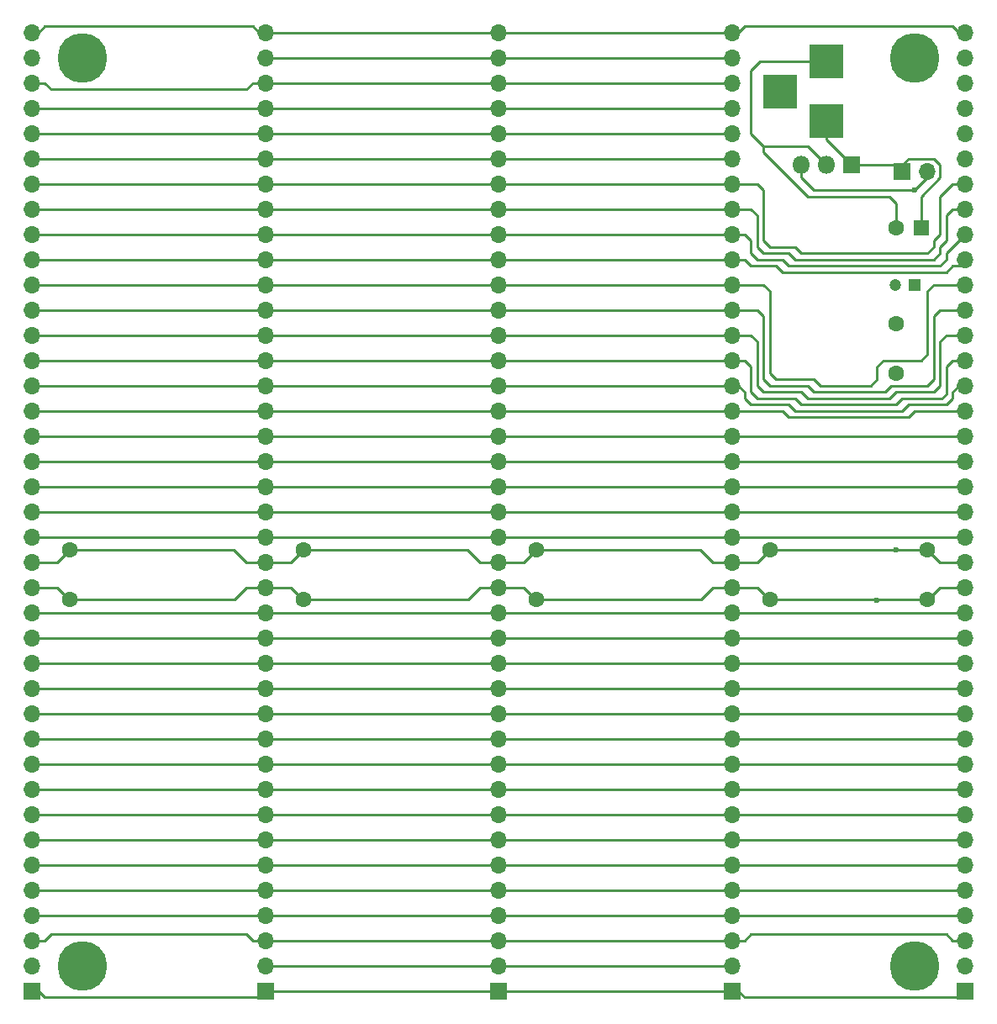
<source format=gtl>
G04 #@! TF.FileFunction,Copper,L1,Top,Signal*
%FSLAX46Y46*%
G04 Gerber Fmt 4.6, Leading zero omitted, Abs format (unit mm)*
G04 Created by KiCad (PCBNEW 4.0.7) date 01/07/19 16:06:23*
%MOMM*%
%LPD*%
G01*
G04 APERTURE LIST*
%ADD10C,0.100000*%
%ADD11R,1.700000X1.700000*%
%ADD12O,1.700000X1.700000*%
%ADD13R,1.600000X1.600000*%
%ADD14C,1.600000*%
%ADD15R,1.200000X1.200000*%
%ADD16C,1.200000*%
%ADD17R,3.500000X3.500000*%
%ADD18C,5.000000*%
%ADD19R,1.800000X1.800000*%
%ADD20O,1.800000X1.800000*%
%ADD21C,0.600000*%
%ADD22C,0.250000*%
G04 APERTURE END LIST*
D10*
D11*
X64770000Y-156210000D03*
D12*
X64770000Y-153670000D03*
X64770000Y-151130000D03*
X64770000Y-148590000D03*
X64770000Y-146050000D03*
X64770000Y-143510000D03*
X64770000Y-140970000D03*
X64770000Y-138430000D03*
X64770000Y-135890000D03*
X64770000Y-133350000D03*
X64770000Y-130810000D03*
X64770000Y-128270000D03*
X64770000Y-125730000D03*
X64770000Y-123190000D03*
X64770000Y-120650000D03*
X64770000Y-118110000D03*
X64770000Y-115570000D03*
X64770000Y-113030000D03*
X64770000Y-110490000D03*
X64770000Y-107950000D03*
X64770000Y-105410000D03*
X64770000Y-102870000D03*
X64770000Y-100330000D03*
X64770000Y-97790000D03*
X64770000Y-95250000D03*
X64770000Y-92710000D03*
X64770000Y-90170000D03*
X64770000Y-87630000D03*
X64770000Y-85090000D03*
X64770000Y-82550000D03*
X64770000Y-80010000D03*
X64770000Y-77470000D03*
X64770000Y-74930000D03*
X64770000Y-72390000D03*
X64770000Y-69850000D03*
X64770000Y-67310000D03*
X64770000Y-64770000D03*
X64770000Y-62230000D03*
X64770000Y-59690000D03*
D13*
X154305000Y-79375000D03*
D14*
X151805000Y-79375000D03*
D15*
X153670000Y-85090000D03*
D16*
X151670000Y-85090000D03*
D14*
X151765000Y-93980000D03*
X151765000Y-88980000D03*
X68580000Y-111760000D03*
X68580000Y-116760000D03*
X92075000Y-111760000D03*
X92075000Y-116760000D03*
X115570000Y-111760000D03*
X115570000Y-116760000D03*
X139065000Y-111760000D03*
X139065000Y-116760000D03*
X154940000Y-111760000D03*
X154940000Y-116760000D03*
D17*
X144780000Y-68580000D03*
X144780000Y-62580000D03*
X140080000Y-65580000D03*
D11*
X88265000Y-156210000D03*
D12*
X88265000Y-153670000D03*
X88265000Y-151130000D03*
X88265000Y-148590000D03*
X88265000Y-146050000D03*
X88265000Y-143510000D03*
X88265000Y-140970000D03*
X88265000Y-138430000D03*
X88265000Y-135890000D03*
X88265000Y-133350000D03*
X88265000Y-130810000D03*
X88265000Y-128270000D03*
X88265000Y-125730000D03*
X88265000Y-123190000D03*
X88265000Y-120650000D03*
X88265000Y-118110000D03*
X88265000Y-115570000D03*
X88265000Y-113030000D03*
X88265000Y-110490000D03*
X88265000Y-107950000D03*
X88265000Y-105410000D03*
X88265000Y-102870000D03*
X88265000Y-100330000D03*
X88265000Y-97790000D03*
X88265000Y-95250000D03*
X88265000Y-92710000D03*
X88265000Y-90170000D03*
X88265000Y-87630000D03*
X88265000Y-85090000D03*
X88265000Y-82550000D03*
X88265000Y-80010000D03*
X88265000Y-77470000D03*
X88265000Y-74930000D03*
X88265000Y-72390000D03*
X88265000Y-69850000D03*
X88265000Y-67310000D03*
X88265000Y-64770000D03*
X88265000Y-62230000D03*
X88265000Y-59690000D03*
D11*
X111760000Y-156210000D03*
D12*
X111760000Y-153670000D03*
X111760000Y-151130000D03*
X111760000Y-148590000D03*
X111760000Y-146050000D03*
X111760000Y-143510000D03*
X111760000Y-140970000D03*
X111760000Y-138430000D03*
X111760000Y-135890000D03*
X111760000Y-133350000D03*
X111760000Y-130810000D03*
X111760000Y-128270000D03*
X111760000Y-125730000D03*
X111760000Y-123190000D03*
X111760000Y-120650000D03*
X111760000Y-118110000D03*
X111760000Y-115570000D03*
X111760000Y-113030000D03*
X111760000Y-110490000D03*
X111760000Y-107950000D03*
X111760000Y-105410000D03*
X111760000Y-102870000D03*
X111760000Y-100330000D03*
X111760000Y-97790000D03*
X111760000Y-95250000D03*
X111760000Y-92710000D03*
X111760000Y-90170000D03*
X111760000Y-87630000D03*
X111760000Y-85090000D03*
X111760000Y-82550000D03*
X111760000Y-80010000D03*
X111760000Y-77470000D03*
X111760000Y-74930000D03*
X111760000Y-72390000D03*
X111760000Y-69850000D03*
X111760000Y-67310000D03*
X111760000Y-64770000D03*
X111760000Y-62230000D03*
X111760000Y-59690000D03*
D11*
X135255000Y-156210000D03*
D12*
X135255000Y-153670000D03*
X135255000Y-151130000D03*
X135255000Y-148590000D03*
X135255000Y-146050000D03*
X135255000Y-143510000D03*
X135255000Y-140970000D03*
X135255000Y-138430000D03*
X135255000Y-135890000D03*
X135255000Y-133350000D03*
X135255000Y-130810000D03*
X135255000Y-128270000D03*
X135255000Y-125730000D03*
X135255000Y-123190000D03*
X135255000Y-120650000D03*
X135255000Y-118110000D03*
X135255000Y-115570000D03*
X135255000Y-113030000D03*
X135255000Y-110490000D03*
X135255000Y-107950000D03*
X135255000Y-105410000D03*
X135255000Y-102870000D03*
X135255000Y-100330000D03*
X135255000Y-97790000D03*
X135255000Y-95250000D03*
X135255000Y-92710000D03*
X135255000Y-90170000D03*
X135255000Y-87630000D03*
X135255000Y-85090000D03*
X135255000Y-82550000D03*
X135255000Y-80010000D03*
X135255000Y-77470000D03*
X135255000Y-74930000D03*
X135255000Y-72390000D03*
X135255000Y-69850000D03*
X135255000Y-67310000D03*
X135255000Y-64770000D03*
X135255000Y-62230000D03*
X135255000Y-59690000D03*
D11*
X158750000Y-156210000D03*
D12*
X158750000Y-153670000D03*
X158750000Y-151130000D03*
X158750000Y-148590000D03*
X158750000Y-146050000D03*
X158750000Y-143510000D03*
X158750000Y-140970000D03*
X158750000Y-138430000D03*
X158750000Y-135890000D03*
X158750000Y-133350000D03*
X158750000Y-130810000D03*
X158750000Y-128270000D03*
X158750000Y-125730000D03*
X158750000Y-123190000D03*
X158750000Y-120650000D03*
X158750000Y-118110000D03*
X158750000Y-115570000D03*
X158750000Y-113030000D03*
X158750000Y-110490000D03*
X158750000Y-107950000D03*
X158750000Y-105410000D03*
X158750000Y-102870000D03*
X158750000Y-100330000D03*
X158750000Y-97790000D03*
X158750000Y-95250000D03*
X158750000Y-92710000D03*
X158750000Y-90170000D03*
X158750000Y-87630000D03*
X158750000Y-85090000D03*
X158750000Y-82550000D03*
X158750000Y-80010000D03*
X158750000Y-77470000D03*
X158750000Y-74930000D03*
X158750000Y-72390000D03*
X158750000Y-69850000D03*
X158750000Y-67310000D03*
X158750000Y-64770000D03*
X158750000Y-62230000D03*
X158750000Y-59690000D03*
D18*
X69850000Y-153670000D03*
X153670000Y-153670000D03*
X153670000Y-62230000D03*
X69850000Y-62230000D03*
D19*
X147320000Y-73025000D03*
D20*
X144780000Y-73025000D03*
X142240000Y-73025000D03*
D11*
X152400000Y-73660000D03*
D12*
X154940000Y-73660000D03*
D21*
X149860000Y-116840000D03*
X153670000Y-75565000D03*
X151765000Y-111760000D03*
D22*
X152400000Y-73660000D02*
X152400000Y-73025000D01*
X152400000Y-73025000D02*
X153035000Y-72390000D01*
X154305000Y-76200000D02*
X154305000Y-79375000D01*
X156210000Y-74295000D02*
X154305000Y-76200000D01*
X156210000Y-73025000D02*
X156210000Y-74295000D01*
X155575000Y-72390000D02*
X156210000Y-73025000D01*
X153035000Y-72390000D02*
X155575000Y-72390000D01*
X147320000Y-73025000D02*
X151765000Y-73025000D01*
X151765000Y-73025000D02*
X152400000Y-73660000D01*
X144780000Y-68580000D02*
X144780000Y-70485000D01*
X144780000Y-70485000D02*
X147320000Y-73025000D01*
X149860000Y-116840000D02*
X149860000Y-116760000D01*
X149860000Y-116760000D02*
X149860000Y-116840000D01*
X149860000Y-116840000D02*
X149860000Y-116760000D01*
X139065000Y-116760000D02*
X149860000Y-116760000D01*
X149860000Y-116760000D02*
X154940000Y-116760000D01*
X115570000Y-116760000D02*
X132160000Y-116760000D01*
X133350000Y-115570000D02*
X135255000Y-115570000D01*
X132160000Y-116760000D02*
X133350000Y-115570000D01*
X92075000Y-116760000D02*
X108665000Y-116760000D01*
X109855000Y-115570000D02*
X111760000Y-115570000D01*
X108665000Y-116760000D02*
X109855000Y-115570000D01*
X68580000Y-116760000D02*
X85170000Y-116760000D01*
X86360000Y-115570000D02*
X88265000Y-115570000D01*
X85170000Y-116760000D02*
X86360000Y-115570000D01*
X68580000Y-116760000D02*
X68500000Y-116760000D01*
X68500000Y-116760000D02*
X67310000Y-115570000D01*
X67310000Y-115570000D02*
X64770000Y-115570000D01*
X92075000Y-116760000D02*
X91995000Y-116760000D01*
X91995000Y-116760000D02*
X90805000Y-115570000D01*
X90805000Y-115570000D02*
X88265000Y-115570000D01*
X115570000Y-116760000D02*
X115490000Y-116760000D01*
X115490000Y-116760000D02*
X114300000Y-115570000D01*
X114300000Y-115570000D02*
X111760000Y-115570000D01*
X139065000Y-116760000D02*
X138985000Y-116760000D01*
X138985000Y-116760000D02*
X137795000Y-115570000D01*
X137795000Y-115570000D02*
X135255000Y-115570000D01*
X154940000Y-116760000D02*
X155020000Y-116760000D01*
X155020000Y-116760000D02*
X156210000Y-115570000D01*
X156210000Y-115570000D02*
X158750000Y-115570000D01*
X151805000Y-79375000D02*
X151805000Y-76875000D01*
X138430000Y-71755000D02*
X142875000Y-76200000D01*
X142875000Y-76200000D02*
X151130000Y-76200000D01*
X138430000Y-71755000D02*
X138430000Y-71120000D01*
X151805000Y-76875000D02*
X151130000Y-76200000D01*
X144780000Y-62580000D02*
X138080000Y-62580000D01*
X138080000Y-62580000D02*
X137160000Y-63500000D01*
X137160000Y-63500000D02*
X137160000Y-69850000D01*
X137160000Y-69850000D02*
X138430000Y-71120000D01*
X142875000Y-71120000D02*
X144780000Y-73025000D01*
X138430000Y-71120000D02*
X142875000Y-71120000D01*
X139065000Y-111760000D02*
X151765000Y-111760000D01*
X151765000Y-111760000D02*
X154940000Y-111760000D01*
X115570000Y-111760000D02*
X132080000Y-111760000D01*
X133350000Y-113030000D02*
X135255000Y-113030000D01*
X132080000Y-111760000D02*
X133350000Y-113030000D01*
X92075000Y-111760000D02*
X108585000Y-111760000D01*
X109855000Y-113030000D02*
X111760000Y-113030000D01*
X108585000Y-111760000D02*
X109855000Y-113030000D01*
X68580000Y-111760000D02*
X85090000Y-111760000D01*
X86360000Y-113030000D02*
X88265000Y-113030000D01*
X85090000Y-111760000D02*
X86360000Y-113030000D01*
X68580000Y-111760000D02*
X67310000Y-113030000D01*
X67310000Y-113030000D02*
X64770000Y-113030000D01*
X92075000Y-111760000D02*
X90805000Y-113030000D01*
X90805000Y-113030000D02*
X88265000Y-113030000D01*
X115570000Y-111760000D02*
X114300000Y-113030000D01*
X114300000Y-113030000D02*
X111760000Y-113030000D01*
X139065000Y-111760000D02*
X137795000Y-113030000D01*
X137795000Y-113030000D02*
X135255000Y-113030000D01*
X154940000Y-111760000D02*
X156210000Y-113030000D01*
X156210000Y-113030000D02*
X158750000Y-113030000D01*
X142240000Y-73025000D02*
X142240000Y-74295000D01*
X142240000Y-74295000D02*
X143510000Y-75565000D01*
X151765000Y-75565000D02*
X152400000Y-75565000D01*
X143510000Y-75565000D02*
X151765000Y-75565000D01*
X153670000Y-75565000D02*
X154940000Y-74295000D01*
X152400000Y-75565000D02*
X153670000Y-75565000D01*
X154940000Y-74295000D02*
X154940000Y-73660000D01*
X135255000Y-156210000D02*
X135890000Y-156210000D01*
X135890000Y-156210000D02*
X136525000Y-156845000D01*
X158115000Y-156845000D02*
X158750000Y-156210000D01*
X136525000Y-156845000D02*
X158115000Y-156845000D01*
X111760000Y-156210000D02*
X135255000Y-156210000D01*
X88265000Y-156210000D02*
X111760000Y-156210000D01*
X64770000Y-156210000D02*
X65405000Y-156210000D01*
X65405000Y-156210000D02*
X66040000Y-156845000D01*
X66040000Y-156845000D02*
X87630000Y-156845000D01*
X87630000Y-156845000D02*
X88265000Y-156210000D01*
X88265000Y-153670000D02*
X111760000Y-153670000D01*
X111760000Y-153670000D02*
X135255000Y-153670000D01*
X111760000Y-151130000D02*
X135255000Y-151130000D01*
X88265000Y-151130000D02*
X111760000Y-151130000D01*
X156845000Y-150495000D02*
X157480000Y-151130000D01*
X136525000Y-151130000D02*
X135255000Y-151130000D01*
X137160000Y-150495000D02*
X136525000Y-151130000D01*
X156845000Y-150495000D02*
X137160000Y-150495000D01*
X157480000Y-151130000D02*
X158750000Y-151130000D01*
X64770000Y-151130000D02*
X66040000Y-151130000D01*
X66040000Y-151130000D02*
X66675000Y-150495000D01*
X66675000Y-150495000D02*
X86360000Y-150495000D01*
X86360000Y-150495000D02*
X86995000Y-151130000D01*
X86995000Y-151130000D02*
X88265000Y-151130000D01*
X135255000Y-148590000D02*
X158750000Y-148590000D01*
X111760000Y-148590000D02*
X135255000Y-148590000D01*
X88265000Y-148590000D02*
X111760000Y-148590000D01*
X64770000Y-148590000D02*
X88265000Y-148590000D01*
X135255000Y-146050000D02*
X158750000Y-146050000D01*
X111760000Y-146050000D02*
X135255000Y-146050000D01*
X88265000Y-146050000D02*
X111760000Y-146050000D01*
X64770000Y-146050000D02*
X88265000Y-146050000D01*
X135255000Y-143510000D02*
X158750000Y-143510000D01*
X135255000Y-143510000D02*
X111760000Y-143510000D01*
X88265000Y-143510000D02*
X111760000Y-143510000D01*
X88265000Y-143510000D02*
X64770000Y-143510000D01*
X135255000Y-140970000D02*
X158750000Y-140970000D01*
X111760000Y-140970000D02*
X135255000Y-140970000D01*
X88265000Y-140970000D02*
X111760000Y-140970000D01*
X64770000Y-140970000D02*
X88265000Y-140970000D01*
X135255000Y-138430000D02*
X158750000Y-138430000D01*
X111760000Y-138430000D02*
X135255000Y-138430000D01*
X88265000Y-138430000D02*
X111760000Y-138430000D01*
X64770000Y-138430000D02*
X88265000Y-138430000D01*
X135255000Y-135890000D02*
X158750000Y-135890000D01*
X135255000Y-135890000D02*
X111760000Y-135890000D01*
X88265000Y-135890000D02*
X111760000Y-135890000D01*
X64770000Y-135890000D02*
X88265000Y-135890000D01*
X135255000Y-133350000D02*
X158750000Y-133350000D01*
X111760000Y-133350000D02*
X135255000Y-133350000D01*
X88265000Y-133350000D02*
X111760000Y-133350000D01*
X64770000Y-133350000D02*
X88265000Y-133350000D01*
X64770000Y-130810000D02*
X88265000Y-130810000D01*
X88265000Y-130810000D02*
X111760000Y-130810000D01*
X111760000Y-130810000D02*
X135255000Y-130810000D01*
X135255000Y-130810000D02*
X158750000Y-130810000D01*
X88265000Y-128270000D02*
X64770000Y-128270000D01*
X111760000Y-128270000D02*
X88265000Y-128270000D01*
X135255000Y-128270000D02*
X111760000Y-128270000D01*
X158750000Y-128270000D02*
X135255000Y-128270000D01*
X64770000Y-125730000D02*
X88265000Y-125730000D01*
X88265000Y-125730000D02*
X111760000Y-125730000D01*
X111760000Y-125730000D02*
X135255000Y-125730000D01*
X135255000Y-125730000D02*
X158750000Y-125730000D01*
X88265000Y-123190000D02*
X64770000Y-123190000D01*
X111760000Y-123190000D02*
X88265000Y-123190000D01*
X111760000Y-123190000D02*
X135255000Y-123190000D01*
X158750000Y-123190000D02*
X135255000Y-123190000D01*
X64770000Y-120650000D02*
X88265000Y-120650000D01*
X88265000Y-120650000D02*
X111760000Y-120650000D01*
X111760000Y-120650000D02*
X135255000Y-120650000D01*
X135255000Y-120650000D02*
X158750000Y-120650000D01*
X88265000Y-118110000D02*
X64770000Y-118110000D01*
X111760000Y-118110000D02*
X88265000Y-118110000D01*
X135255000Y-118110000D02*
X111760000Y-118110000D01*
X158750000Y-118110000D02*
X135255000Y-118110000D01*
X111760000Y-110490000D02*
X135255000Y-110490000D01*
X135255000Y-110490000D02*
X158750000Y-110490000D01*
X88265000Y-110490000D02*
X111760000Y-110490000D01*
X64770000Y-110490000D02*
X88265000Y-110490000D01*
X135255000Y-107950000D02*
X158750000Y-107950000D01*
X111760000Y-107950000D02*
X135255000Y-107950000D01*
X88265000Y-107950000D02*
X111760000Y-107950000D01*
X64770000Y-107950000D02*
X88265000Y-107950000D01*
X135255000Y-105410000D02*
X158750000Y-105410000D01*
X135255000Y-105410000D02*
X111760000Y-105410000D01*
X88265000Y-105410000D02*
X111760000Y-105410000D01*
X88265000Y-105410000D02*
X64770000Y-105410000D01*
X135255000Y-102870000D02*
X158750000Y-102870000D01*
X111760000Y-102870000D02*
X135255000Y-102870000D01*
X111760000Y-102870000D02*
X88265000Y-102870000D01*
X64770000Y-102870000D02*
X88265000Y-102870000D01*
X87630000Y-102870000D02*
X88265000Y-102870000D01*
X135255000Y-100330000D02*
X158750000Y-100330000D01*
X135255000Y-100330000D02*
X111760000Y-100330000D01*
X88265000Y-100330000D02*
X111760000Y-100330000D01*
X64770000Y-100330000D02*
X88265000Y-100330000D01*
X87470000Y-100330000D02*
X88265000Y-100330000D01*
X140335000Y-97790000D02*
X140970000Y-98425000D01*
X140970000Y-98425000D02*
X141605000Y-98425000D01*
X153670000Y-97790000D02*
X153035000Y-98425000D01*
X153035000Y-98425000D02*
X141605000Y-98425000D01*
X135255000Y-97790000D02*
X140335000Y-97790000D01*
X153670000Y-97790000D02*
X158750000Y-97790000D01*
X111760000Y-97790000D02*
X135255000Y-97790000D01*
X88265000Y-97790000D02*
X111760000Y-97790000D01*
X64770000Y-97790000D02*
X88265000Y-97790000D01*
X137795000Y-97155000D02*
X137160000Y-97155000D01*
X136525000Y-95885000D02*
X135890000Y-95250000D01*
X136525000Y-96520000D02*
X136525000Y-95885000D01*
X137160000Y-97155000D02*
X136525000Y-96520000D01*
X135890000Y-95250000D02*
X135255000Y-95250000D01*
X158750000Y-95250000D02*
X158115000Y-95250000D01*
X158115000Y-95250000D02*
X157480000Y-95885000D01*
X140970000Y-97155000D02*
X137795000Y-97155000D01*
X141605000Y-97790000D02*
X140970000Y-97155000D01*
X152400000Y-97790000D02*
X141605000Y-97790000D01*
X153035000Y-97155000D02*
X152400000Y-97790000D01*
X156845000Y-97155000D02*
X153035000Y-97155000D01*
X157480000Y-96520000D02*
X156845000Y-97155000D01*
X157480000Y-95885000D02*
X157480000Y-96520000D01*
X111760000Y-95250000D02*
X135255000Y-95250000D01*
X111760000Y-95250000D02*
X88265000Y-95250000D01*
X88265000Y-95250000D02*
X64770000Y-95250000D01*
X158750000Y-92710000D02*
X157480000Y-92710000D01*
X136525000Y-92710000D02*
X135255000Y-92710000D01*
X137160000Y-93345000D02*
X136525000Y-92710000D01*
X137160000Y-95885000D02*
X137160000Y-93345000D01*
X137795000Y-96520000D02*
X137160000Y-95885000D01*
X141605000Y-96520000D02*
X137795000Y-96520000D01*
X142240000Y-97155000D02*
X141605000Y-96520000D01*
X151765000Y-97155000D02*
X142240000Y-97155000D01*
X152400000Y-96520000D02*
X151765000Y-97155000D01*
X156394998Y-96520000D02*
X152400000Y-96520000D01*
X156845000Y-96069998D02*
X156394998Y-96520000D01*
X156845000Y-93345000D02*
X156845000Y-96069998D01*
X157480000Y-92710000D02*
X156845000Y-93345000D01*
X111760000Y-92710000D02*
X135255000Y-92710000D01*
X88265000Y-92710000D02*
X111760000Y-92710000D01*
X64770000Y-92710000D02*
X88265000Y-92710000D01*
X158750000Y-90170000D02*
X156845000Y-90170000D01*
X137160000Y-90170000D02*
X135255000Y-90170000D01*
X137795000Y-90805000D02*
X137160000Y-90170000D01*
X137795000Y-95250000D02*
X137795000Y-90805000D01*
X138430000Y-95885000D02*
X137795000Y-95250000D01*
X142240000Y-95885000D02*
X138430000Y-95885000D01*
X142875000Y-96520000D02*
X142240000Y-95885000D01*
X151130000Y-96520000D02*
X142875000Y-96520000D01*
X151765000Y-95885000D02*
X151130000Y-96520000D01*
X155575000Y-95885000D02*
X151765000Y-95885000D01*
X156210000Y-95250000D02*
X155575000Y-95885000D01*
X156210000Y-90805000D02*
X156210000Y-95250000D01*
X156845000Y-90170000D02*
X156210000Y-90805000D01*
X135255000Y-90170000D02*
X111760000Y-90170000D01*
X111760000Y-90170000D02*
X88265000Y-90170000D01*
X88265000Y-90170000D02*
X64770000Y-90170000D01*
X158750000Y-87630000D02*
X156210000Y-87630000D01*
X137795000Y-87630000D02*
X135255000Y-87630000D01*
X138430000Y-88265000D02*
X137795000Y-87630000D01*
X138430000Y-94615000D02*
X138430000Y-88265000D01*
X139065000Y-95250000D02*
X138430000Y-94615000D01*
X142875000Y-95250000D02*
X139065000Y-95250000D01*
X143510000Y-95885000D02*
X142875000Y-95250000D01*
X150679998Y-95885000D02*
X143510000Y-95885000D01*
X151314998Y-95250000D02*
X150679998Y-95885000D01*
X154940000Y-95250000D02*
X151314998Y-95250000D01*
X155575000Y-94615000D02*
X154940000Y-95250000D01*
X155575000Y-88265000D02*
X155575000Y-94615000D01*
X156210000Y-87630000D02*
X155575000Y-88265000D01*
X111760000Y-87630000D02*
X135255000Y-87630000D01*
X88265000Y-87630000D02*
X111760000Y-87630000D01*
X64770000Y-87630000D02*
X88265000Y-87630000D01*
X158750000Y-85090000D02*
X155575000Y-85090000D01*
X138430000Y-85090000D02*
X135255000Y-85090000D01*
X139065000Y-85725000D02*
X138430000Y-85090000D01*
X139065000Y-93980000D02*
X139065000Y-85725000D01*
X139700000Y-94615000D02*
X139065000Y-93980000D01*
X143510000Y-94615000D02*
X139700000Y-94615000D01*
X144145000Y-95250000D02*
X143510000Y-94615000D01*
X149225000Y-95250000D02*
X144145000Y-95250000D01*
X149860000Y-94615000D02*
X149225000Y-95250000D01*
X149860000Y-93345000D02*
X149860000Y-94615000D01*
X150495000Y-92710000D02*
X149860000Y-93345000D01*
X154305000Y-92710000D02*
X150495000Y-92710000D01*
X154940000Y-92075000D02*
X154305000Y-92710000D01*
X154940000Y-85725000D02*
X154940000Y-92075000D01*
X155575000Y-85090000D02*
X154940000Y-85725000D01*
X135255000Y-85090000D02*
X111760000Y-85090000D01*
X111760000Y-85090000D02*
X88265000Y-85090000D01*
X88265000Y-85090000D02*
X64770000Y-85090000D01*
X156210000Y-83820000D02*
X156845000Y-83820000D01*
X158115000Y-83185000D02*
X158750000Y-82550000D01*
X157480000Y-83185000D02*
X158115000Y-83185000D01*
X156845000Y-83820000D02*
X157480000Y-83185000D01*
X135255000Y-82550000D02*
X136525000Y-82550000D01*
X137160000Y-83185000D02*
X139700000Y-83185000D01*
X136525000Y-82550000D02*
X137160000Y-83185000D01*
X140335000Y-83820000D02*
X139700000Y-83185000D01*
X156210000Y-83820000D02*
X140335000Y-83820000D01*
X111760000Y-82550000D02*
X135255000Y-82550000D01*
X88265000Y-82550000D02*
X111760000Y-82550000D01*
X64770000Y-82550000D02*
X88265000Y-82550000D01*
X155575000Y-83185000D02*
X156210000Y-83185000D01*
X156845000Y-82550000D02*
X156845000Y-81915000D01*
X156210000Y-83185000D02*
X156845000Y-82550000D01*
X135255000Y-80010000D02*
X136525000Y-80010000D01*
X155575000Y-83185000D02*
X140970000Y-83185000D01*
X156845000Y-81915000D02*
X158750000Y-80010000D01*
X140335000Y-82550000D02*
X140970000Y-83185000D01*
X137795000Y-82550000D02*
X140335000Y-82550000D01*
X137160000Y-81915000D02*
X137795000Y-82550000D01*
X137160000Y-80645000D02*
X137160000Y-81915000D01*
X136525000Y-80010000D02*
X137160000Y-80645000D01*
X135255000Y-80010000D02*
X111760000Y-80010000D01*
X111760000Y-80010000D02*
X88265000Y-80010000D01*
X88265000Y-80010000D02*
X64770000Y-80010000D01*
X154940000Y-82550000D02*
X155575000Y-82550000D01*
X156210000Y-81915000D02*
X156210000Y-81280000D01*
X155575000Y-82550000D02*
X156210000Y-81915000D01*
X142240000Y-82550000D02*
X141605000Y-82550000D01*
X157480000Y-77470000D02*
X156845000Y-78105000D01*
X158750000Y-77470000D02*
X157480000Y-77470000D01*
X156845000Y-80645000D02*
X156210000Y-81280000D01*
X156845000Y-78105000D02*
X156845000Y-80645000D01*
X154940000Y-82550000D02*
X142240000Y-82550000D01*
X137160000Y-77470000D02*
X135255000Y-77470000D01*
X137795000Y-78105000D02*
X137160000Y-77470000D01*
X137795000Y-81280000D02*
X137795000Y-78105000D01*
X138430000Y-81915000D02*
X137795000Y-81280000D01*
X140970000Y-81915000D02*
X138430000Y-81915000D01*
X141605000Y-82550000D02*
X140970000Y-81915000D01*
X111760000Y-77470000D02*
X135255000Y-77470000D01*
X88265000Y-77470000D02*
X111760000Y-77470000D01*
X64770000Y-77470000D02*
X88265000Y-77470000D01*
X154305000Y-81915000D02*
X154940000Y-81915000D01*
X155575000Y-81280000D02*
X155575000Y-80645000D01*
X154940000Y-81915000D02*
X155575000Y-81280000D01*
X154305000Y-81915000D02*
X142240000Y-81915000D01*
X157480000Y-74930000D02*
X156210000Y-76200000D01*
X158750000Y-74930000D02*
X157480000Y-74930000D01*
X156210000Y-80010000D02*
X155575000Y-80645000D01*
X156210000Y-76200000D02*
X156210000Y-80010000D01*
X137795000Y-74930000D02*
X135255000Y-74930000D01*
X138430000Y-75565000D02*
X137795000Y-74930000D01*
X138430000Y-80645000D02*
X138430000Y-75565000D01*
X139065000Y-81280000D02*
X138430000Y-80645000D01*
X141605000Y-81280000D02*
X139065000Y-81280000D01*
X142240000Y-81915000D02*
X141605000Y-81280000D01*
X135255000Y-74930000D02*
X111760000Y-74930000D01*
X111760000Y-74930000D02*
X88265000Y-74930000D01*
X88265000Y-74930000D02*
X64770000Y-74930000D01*
X111760000Y-72390000D02*
X135255000Y-72390000D01*
X88265000Y-72390000D02*
X111760000Y-72390000D01*
X64770000Y-72390000D02*
X88265000Y-72390000D01*
X135255000Y-69850000D02*
X111760000Y-69850000D01*
X111760000Y-69850000D02*
X88265000Y-69850000D01*
X88265000Y-69850000D02*
X64770000Y-69850000D01*
X111760000Y-67310000D02*
X135255000Y-67310000D01*
X88265000Y-67310000D02*
X111760000Y-67310000D01*
X64770000Y-67310000D02*
X88265000Y-67310000D01*
X111760000Y-64770000D02*
X135255000Y-64770000D01*
X88265000Y-64770000D02*
X111760000Y-64770000D01*
X64770000Y-64770000D02*
X66040000Y-64770000D01*
X86995000Y-64770000D02*
X88265000Y-64770000D01*
X86360000Y-65405000D02*
X86995000Y-64770000D01*
X66675000Y-65405000D02*
X86360000Y-65405000D01*
X66040000Y-64770000D02*
X66675000Y-65405000D01*
X111760000Y-62230000D02*
X88265000Y-62230000D01*
X135255000Y-62230000D02*
X111760000Y-62230000D01*
X88265000Y-59690000D02*
X111760000Y-59690000D01*
X135255000Y-59690000D02*
X111760000Y-59690000D01*
X135255000Y-59690000D02*
X135890000Y-59690000D01*
X135890000Y-59690000D02*
X136525000Y-59055000D01*
X158750000Y-59690000D02*
X158115000Y-59690000D01*
X158115000Y-59690000D02*
X157480000Y-59055000D01*
X157480000Y-59055000D02*
X136525000Y-59055000D01*
X88265000Y-59690000D02*
X87630000Y-59690000D01*
X87630000Y-59690000D02*
X86995000Y-59055000D01*
X86995000Y-59055000D02*
X66040000Y-59055000D01*
X66040000Y-59055000D02*
X65405000Y-59690000D01*
X65405000Y-59690000D02*
X64770000Y-59690000D01*
M02*

</source>
